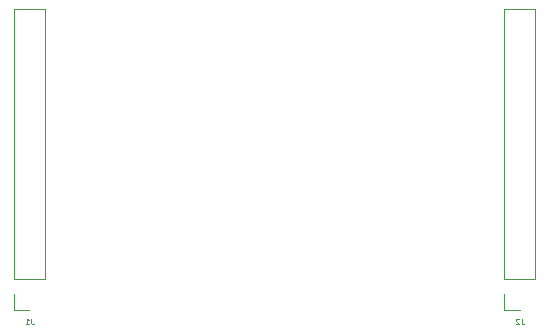
<source format=gbr>
%TF.GenerationSoftware,KiCad,Pcbnew,(5.1.10)-1*%
%TF.CreationDate,2023-09-09T18:44:11-05:00*%
%TF.ProjectId,perovskite_router,7065726f-7673-46b6-9974-655f726f7574,A*%
%TF.SameCoordinates,Original*%
%TF.FileFunction,Legend,Bot*%
%TF.FilePolarity,Positive*%
%FSLAX46Y46*%
G04 Gerber Fmt 4.6, Leading zero omitted, Abs format (unit mm)*
G04 Created by KiCad (PCBNEW (5.1.10)-1) date 2023-09-09 18:44:11*
%MOMM*%
%LPD*%
G01*
G04 APERTURE LIST*
%ADD10C,0.120000*%
%ADD11C,0.100000*%
G04 APERTURE END LIST*
D10*
%TO.C,J2*%
X174536000Y-110550000D02*
X175866000Y-110550000D01*
X174536000Y-109220000D02*
X174536000Y-110550000D01*
X174536000Y-107950000D02*
X177196000Y-107950000D01*
X177196000Y-107950000D02*
X177196000Y-85030000D01*
X174536000Y-107950000D02*
X174536000Y-85030000D01*
X174536000Y-85030000D02*
X177196000Y-85030000D01*
%TO.C,J1*%
X133036000Y-110550000D02*
X134366000Y-110550000D01*
X133036000Y-109220000D02*
X133036000Y-110550000D01*
X133036000Y-107950000D02*
X135696000Y-107950000D01*
X135696000Y-107950000D02*
X135696000Y-85030000D01*
X133036000Y-107950000D02*
X133036000Y-85030000D01*
X133036000Y-85030000D02*
X135696000Y-85030000D01*
%TO.C,J2*%
D11*
X176032666Y-111276190D02*
X176032666Y-111633333D01*
X176056476Y-111704761D01*
X176104095Y-111752380D01*
X176175523Y-111776190D01*
X176223142Y-111776190D01*
X175818380Y-111323809D02*
X175794571Y-111300000D01*
X175746952Y-111276190D01*
X175627904Y-111276190D01*
X175580285Y-111300000D01*
X175556476Y-111323809D01*
X175532666Y-111371428D01*
X175532666Y-111419047D01*
X175556476Y-111490476D01*
X175842190Y-111776190D01*
X175532666Y-111776190D01*
%TO.C,J1*%
X134532666Y-111276190D02*
X134532666Y-111633333D01*
X134556476Y-111704761D01*
X134604095Y-111752380D01*
X134675523Y-111776190D01*
X134723142Y-111776190D01*
X134032666Y-111776190D02*
X134318380Y-111776190D01*
X134175523Y-111776190D02*
X134175523Y-111276190D01*
X134223142Y-111347619D01*
X134270761Y-111395238D01*
X134318380Y-111419047D01*
%TD*%
M02*

</source>
